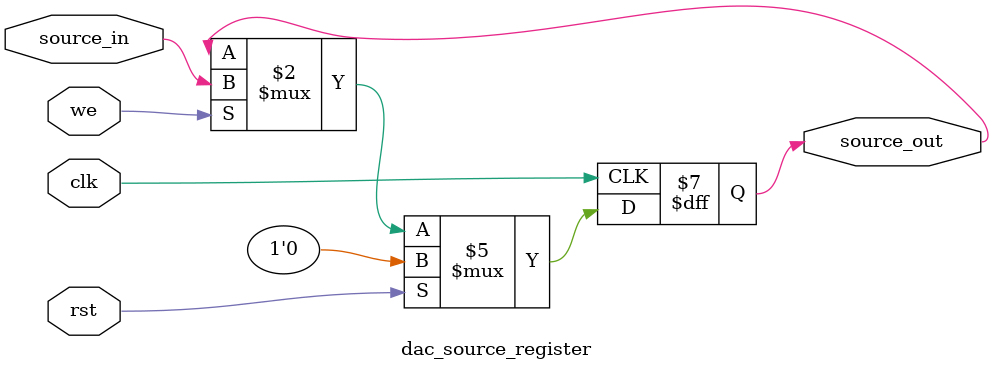
<source format=v>
module dac_source_register (
    input clk,
    input rst,
    input we,
    input source_in,
    output reg source_out
);

    always @ (posedge clk) begin
        if (rst)
            source_out <= 1'b0;
        else
            if (we)
                source_out <= source_in;
    end

endmodule

</source>
